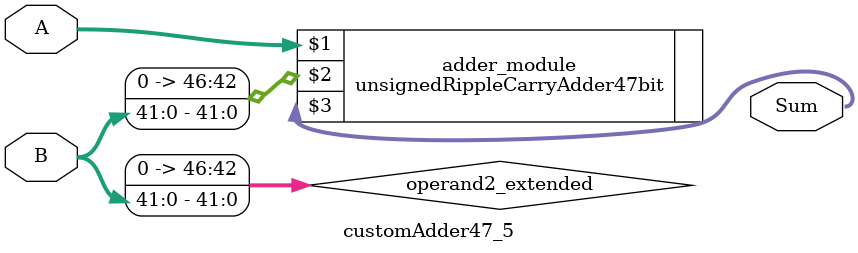
<source format=v>
module customAdder47_5(
                        input [46 : 0] A,
                        input [41 : 0] B,
                        
                        output [47 : 0] Sum
                );

        wire [46 : 0] operand2_extended;
        
        assign operand2_extended =  {5'b0, B};
        
        unsignedRippleCarryAdder47bit adder_module(
            A,
            operand2_extended,
            Sum
        );
        
        endmodule
        
</source>
